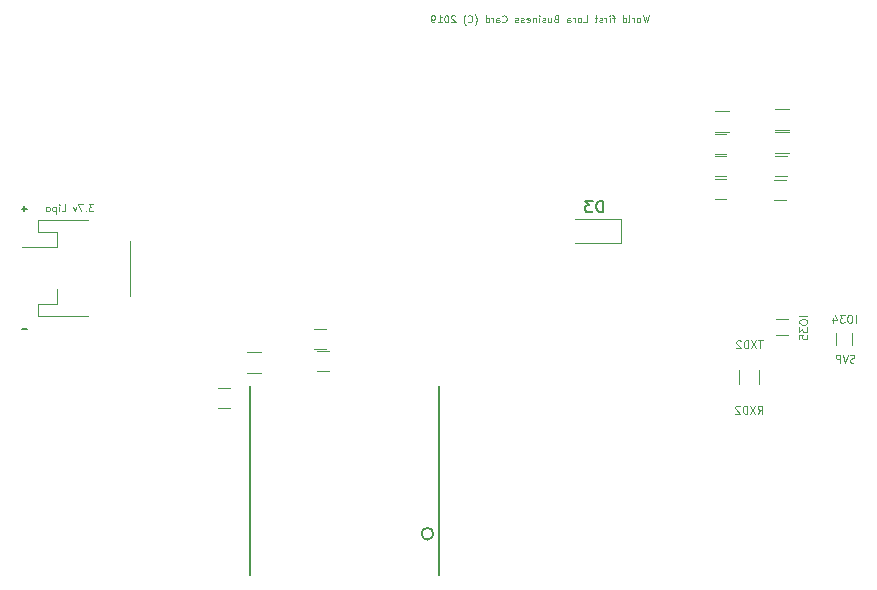
<source format=gbr>
G04 #@! TF.GenerationSoftware,KiCad,Pcbnew,(5.1.2)-1*
G04 #@! TF.CreationDate,2019-08-13T17:52:10+02:00*
G04 #@! TF.ProjectId,tinyRF24,74696e79-5246-4323-942e-6b696361645f,rev?*
G04 #@! TF.SameCoordinates,Original*
G04 #@! TF.FileFunction,Legend,Bot*
G04 #@! TF.FilePolarity,Positive*
%FSLAX46Y46*%
G04 Gerber Fmt 4.6, Leading zero omitted, Abs format (unit mm)*
G04 Created by KiCad (PCBNEW (5.1.2)-1) date 2019-08-13 17:52:10*
%MOMM*%
%LPD*%
G04 APERTURE LIST*
%ADD10C,0.080000*%
%ADD11C,0.075000*%
%ADD12C,0.150000*%
%ADD13C,0.120000*%
G04 APERTURE END LIST*
D10*
X152000071Y-75797214D02*
X151340071Y-75797214D01*
X151340071Y-76237214D02*
X151340071Y-76362928D01*
X151371500Y-76425785D01*
X151434357Y-76488642D01*
X151560071Y-76520071D01*
X151780071Y-76520071D01*
X151905785Y-76488642D01*
X151968642Y-76425785D01*
X152000071Y-76362928D01*
X152000071Y-76237214D01*
X151968642Y-76174357D01*
X151905785Y-76111500D01*
X151780071Y-76080071D01*
X151560071Y-76080071D01*
X151434357Y-76111500D01*
X151371500Y-76174357D01*
X151340071Y-76237214D01*
X151340071Y-76740071D02*
X151340071Y-77148642D01*
X151591500Y-76928642D01*
X151591500Y-77022928D01*
X151622928Y-77085785D01*
X151654357Y-77117214D01*
X151717214Y-77148642D01*
X151874357Y-77148642D01*
X151937214Y-77117214D01*
X151968642Y-77085785D01*
X152000071Y-77022928D01*
X152000071Y-76834357D01*
X151968642Y-76771500D01*
X151937214Y-76740071D01*
X151340071Y-77745785D02*
X151340071Y-77431500D01*
X151654357Y-77400071D01*
X151622928Y-77431500D01*
X151591500Y-77494357D01*
X151591500Y-77651500D01*
X151622928Y-77714357D01*
X151654357Y-77745785D01*
X151717214Y-77777214D01*
X151874357Y-77777214D01*
X151937214Y-77745785D01*
X151968642Y-77714357D01*
X152000071Y-77651500D01*
X152000071Y-77494357D01*
X151968642Y-77431500D01*
X151937214Y-77400071D01*
X155995428Y-79705642D02*
X155901142Y-79737071D01*
X155744000Y-79737071D01*
X155681142Y-79705642D01*
X155649714Y-79674214D01*
X155618285Y-79611357D01*
X155618285Y-79548500D01*
X155649714Y-79485642D01*
X155681142Y-79454214D01*
X155744000Y-79422785D01*
X155869714Y-79391357D01*
X155932571Y-79359928D01*
X155964000Y-79328500D01*
X155995428Y-79265642D01*
X155995428Y-79202785D01*
X155964000Y-79139928D01*
X155932571Y-79108500D01*
X155869714Y-79077071D01*
X155712571Y-79077071D01*
X155618285Y-79108500D01*
X155429714Y-79077071D02*
X155209714Y-79737071D01*
X154989714Y-79077071D01*
X154769714Y-79737071D02*
X154769714Y-79077071D01*
X154518285Y-79077071D01*
X154455428Y-79108500D01*
X154424000Y-79139928D01*
X154392571Y-79202785D01*
X154392571Y-79297071D01*
X154424000Y-79359928D01*
X154455428Y-79391357D01*
X154518285Y-79422785D01*
X154769714Y-79422785D01*
X156104785Y-76371571D02*
X156104785Y-75711571D01*
X155664785Y-75711571D02*
X155539071Y-75711571D01*
X155476214Y-75743000D01*
X155413357Y-75805857D01*
X155381928Y-75931571D01*
X155381928Y-76151571D01*
X155413357Y-76277285D01*
X155476214Y-76340142D01*
X155539071Y-76371571D01*
X155664785Y-76371571D01*
X155727642Y-76340142D01*
X155790500Y-76277285D01*
X155821928Y-76151571D01*
X155821928Y-75931571D01*
X155790500Y-75805857D01*
X155727642Y-75743000D01*
X155664785Y-75711571D01*
X155161928Y-75711571D02*
X154753357Y-75711571D01*
X154973357Y-75963000D01*
X154879071Y-75963000D01*
X154816214Y-75994428D01*
X154784785Y-76025857D01*
X154753357Y-76088714D01*
X154753357Y-76245857D01*
X154784785Y-76308714D01*
X154816214Y-76340142D01*
X154879071Y-76371571D01*
X155067642Y-76371571D01*
X155130500Y-76340142D01*
X155161928Y-76308714D01*
X154187642Y-75931571D02*
X154187642Y-76371571D01*
X154344785Y-75680142D02*
X154501928Y-76151571D01*
X154093357Y-76151571D01*
X148213142Y-77870571D02*
X147836000Y-77870571D01*
X148024571Y-78530571D02*
X148024571Y-77870571D01*
X147678857Y-77870571D02*
X147238857Y-78530571D01*
X147238857Y-77870571D02*
X147678857Y-78530571D01*
X146987428Y-78530571D02*
X146987428Y-77870571D01*
X146830285Y-77870571D01*
X146736000Y-77902000D01*
X146673142Y-77964857D01*
X146641714Y-78027714D01*
X146610285Y-78153428D01*
X146610285Y-78247714D01*
X146641714Y-78373428D01*
X146673142Y-78436285D01*
X146736000Y-78499142D01*
X146830285Y-78530571D01*
X146987428Y-78530571D01*
X146358857Y-77933428D02*
X146327428Y-77902000D01*
X146264571Y-77870571D01*
X146107428Y-77870571D01*
X146044571Y-77902000D01*
X146013142Y-77933428D01*
X145981714Y-77996285D01*
X145981714Y-78059142D01*
X146013142Y-78153428D01*
X146390285Y-78530571D01*
X145981714Y-78530571D01*
X147820285Y-84055071D02*
X148040285Y-83740785D01*
X148197428Y-84055071D02*
X148197428Y-83395071D01*
X147946000Y-83395071D01*
X147883142Y-83426500D01*
X147851714Y-83457928D01*
X147820285Y-83520785D01*
X147820285Y-83615071D01*
X147851714Y-83677928D01*
X147883142Y-83709357D01*
X147946000Y-83740785D01*
X148197428Y-83740785D01*
X147600285Y-83395071D02*
X147160285Y-84055071D01*
X147160285Y-83395071D02*
X147600285Y-84055071D01*
X146908857Y-84055071D02*
X146908857Y-83395071D01*
X146751714Y-83395071D01*
X146657428Y-83426500D01*
X146594571Y-83489357D01*
X146563142Y-83552214D01*
X146531714Y-83677928D01*
X146531714Y-83772214D01*
X146563142Y-83897928D01*
X146594571Y-83960785D01*
X146657428Y-84023642D01*
X146751714Y-84055071D01*
X146908857Y-84055071D01*
X146280285Y-83457928D02*
X146248857Y-83426500D01*
X146186000Y-83395071D01*
X146028857Y-83395071D01*
X145966000Y-83426500D01*
X145934571Y-83457928D01*
X145903142Y-83520785D01*
X145903142Y-83583642D01*
X145934571Y-83677928D01*
X146311714Y-84055071D01*
X145903142Y-84055071D01*
D11*
X138592357Y-50344428D02*
X138449500Y-50944428D01*
X138335214Y-50515857D01*
X138220928Y-50944428D01*
X138078071Y-50344428D01*
X137763785Y-50944428D02*
X137820928Y-50915857D01*
X137849500Y-50887285D01*
X137878071Y-50830142D01*
X137878071Y-50658714D01*
X137849500Y-50601571D01*
X137820928Y-50573000D01*
X137763785Y-50544428D01*
X137678071Y-50544428D01*
X137620928Y-50573000D01*
X137592357Y-50601571D01*
X137563785Y-50658714D01*
X137563785Y-50830142D01*
X137592357Y-50887285D01*
X137620928Y-50915857D01*
X137678071Y-50944428D01*
X137763785Y-50944428D01*
X137306642Y-50944428D02*
X137306642Y-50544428D01*
X137306642Y-50658714D02*
X137278071Y-50601571D01*
X137249500Y-50573000D01*
X137192357Y-50544428D01*
X137135214Y-50544428D01*
X136849500Y-50944428D02*
X136906642Y-50915857D01*
X136935214Y-50858714D01*
X136935214Y-50344428D01*
X136363785Y-50944428D02*
X136363785Y-50344428D01*
X136363785Y-50915857D02*
X136420928Y-50944428D01*
X136535214Y-50944428D01*
X136592357Y-50915857D01*
X136620928Y-50887285D01*
X136649500Y-50830142D01*
X136649500Y-50658714D01*
X136620928Y-50601571D01*
X136592357Y-50573000D01*
X136535214Y-50544428D01*
X136420928Y-50544428D01*
X136363785Y-50573000D01*
X135706642Y-50544428D02*
X135478071Y-50544428D01*
X135620928Y-50944428D02*
X135620928Y-50430142D01*
X135592357Y-50373000D01*
X135535214Y-50344428D01*
X135478071Y-50344428D01*
X135278071Y-50944428D02*
X135278071Y-50544428D01*
X135278071Y-50344428D02*
X135306642Y-50373000D01*
X135278071Y-50401571D01*
X135249500Y-50373000D01*
X135278071Y-50344428D01*
X135278071Y-50401571D01*
X134992357Y-50944428D02*
X134992357Y-50544428D01*
X134992357Y-50658714D02*
X134963785Y-50601571D01*
X134935214Y-50573000D01*
X134878071Y-50544428D01*
X134820928Y-50544428D01*
X134649500Y-50915857D02*
X134592357Y-50944428D01*
X134478071Y-50944428D01*
X134420928Y-50915857D01*
X134392357Y-50858714D01*
X134392357Y-50830142D01*
X134420928Y-50773000D01*
X134478071Y-50744428D01*
X134563785Y-50744428D01*
X134620928Y-50715857D01*
X134649500Y-50658714D01*
X134649500Y-50630142D01*
X134620928Y-50573000D01*
X134563785Y-50544428D01*
X134478071Y-50544428D01*
X134420928Y-50573000D01*
X134220928Y-50544428D02*
X133992357Y-50544428D01*
X134135214Y-50344428D02*
X134135214Y-50858714D01*
X134106642Y-50915857D01*
X134049500Y-50944428D01*
X133992357Y-50944428D01*
X133049500Y-50944428D02*
X133335214Y-50944428D01*
X133335214Y-50344428D01*
X132763785Y-50944428D02*
X132820928Y-50915857D01*
X132849500Y-50887285D01*
X132878071Y-50830142D01*
X132878071Y-50658714D01*
X132849500Y-50601571D01*
X132820928Y-50573000D01*
X132763785Y-50544428D01*
X132678071Y-50544428D01*
X132620928Y-50573000D01*
X132592357Y-50601571D01*
X132563785Y-50658714D01*
X132563785Y-50830142D01*
X132592357Y-50887285D01*
X132620928Y-50915857D01*
X132678071Y-50944428D01*
X132763785Y-50944428D01*
X132306642Y-50944428D02*
X132306642Y-50544428D01*
X132306642Y-50658714D02*
X132278071Y-50601571D01*
X132249500Y-50573000D01*
X132192357Y-50544428D01*
X132135214Y-50544428D01*
X131678071Y-50944428D02*
X131678071Y-50630142D01*
X131706642Y-50573000D01*
X131763785Y-50544428D01*
X131878071Y-50544428D01*
X131935214Y-50573000D01*
X131678071Y-50915857D02*
X131735214Y-50944428D01*
X131878071Y-50944428D01*
X131935214Y-50915857D01*
X131963785Y-50858714D01*
X131963785Y-50801571D01*
X131935214Y-50744428D01*
X131878071Y-50715857D01*
X131735214Y-50715857D01*
X131678071Y-50687285D01*
X130735214Y-50630142D02*
X130649500Y-50658714D01*
X130620928Y-50687285D01*
X130592357Y-50744428D01*
X130592357Y-50830142D01*
X130620928Y-50887285D01*
X130649500Y-50915857D01*
X130706642Y-50944428D01*
X130935214Y-50944428D01*
X130935214Y-50344428D01*
X130735214Y-50344428D01*
X130678071Y-50373000D01*
X130649500Y-50401571D01*
X130620928Y-50458714D01*
X130620928Y-50515857D01*
X130649500Y-50573000D01*
X130678071Y-50601571D01*
X130735214Y-50630142D01*
X130935214Y-50630142D01*
X130078071Y-50544428D02*
X130078071Y-50944428D01*
X130335214Y-50544428D02*
X130335214Y-50858714D01*
X130306642Y-50915857D01*
X130249500Y-50944428D01*
X130163785Y-50944428D01*
X130106642Y-50915857D01*
X130078071Y-50887285D01*
X129820928Y-50915857D02*
X129763785Y-50944428D01*
X129649500Y-50944428D01*
X129592357Y-50915857D01*
X129563785Y-50858714D01*
X129563785Y-50830142D01*
X129592357Y-50773000D01*
X129649500Y-50744428D01*
X129735214Y-50744428D01*
X129792357Y-50715857D01*
X129820928Y-50658714D01*
X129820928Y-50630142D01*
X129792357Y-50573000D01*
X129735214Y-50544428D01*
X129649500Y-50544428D01*
X129592357Y-50573000D01*
X129306642Y-50944428D02*
X129306642Y-50544428D01*
X129306642Y-50344428D02*
X129335214Y-50373000D01*
X129306642Y-50401571D01*
X129278071Y-50373000D01*
X129306642Y-50344428D01*
X129306642Y-50401571D01*
X129020928Y-50544428D02*
X129020928Y-50944428D01*
X129020928Y-50601571D02*
X128992357Y-50573000D01*
X128935214Y-50544428D01*
X128849500Y-50544428D01*
X128792357Y-50573000D01*
X128763785Y-50630142D01*
X128763785Y-50944428D01*
X128249500Y-50915857D02*
X128306642Y-50944428D01*
X128420928Y-50944428D01*
X128478071Y-50915857D01*
X128506642Y-50858714D01*
X128506642Y-50630142D01*
X128478071Y-50573000D01*
X128420928Y-50544428D01*
X128306642Y-50544428D01*
X128249500Y-50573000D01*
X128220928Y-50630142D01*
X128220928Y-50687285D01*
X128506642Y-50744428D01*
X127992357Y-50915857D02*
X127935214Y-50944428D01*
X127820928Y-50944428D01*
X127763785Y-50915857D01*
X127735214Y-50858714D01*
X127735214Y-50830142D01*
X127763785Y-50773000D01*
X127820928Y-50744428D01*
X127906642Y-50744428D01*
X127963785Y-50715857D01*
X127992357Y-50658714D01*
X127992357Y-50630142D01*
X127963785Y-50573000D01*
X127906642Y-50544428D01*
X127820928Y-50544428D01*
X127763785Y-50573000D01*
X127506642Y-50915857D02*
X127449500Y-50944428D01*
X127335214Y-50944428D01*
X127278071Y-50915857D01*
X127249500Y-50858714D01*
X127249500Y-50830142D01*
X127278071Y-50773000D01*
X127335214Y-50744428D01*
X127420928Y-50744428D01*
X127478071Y-50715857D01*
X127506642Y-50658714D01*
X127506642Y-50630142D01*
X127478071Y-50573000D01*
X127420928Y-50544428D01*
X127335214Y-50544428D01*
X127278071Y-50573000D01*
X126192357Y-50887285D02*
X126220928Y-50915857D01*
X126306642Y-50944428D01*
X126363785Y-50944428D01*
X126449500Y-50915857D01*
X126506642Y-50858714D01*
X126535214Y-50801571D01*
X126563785Y-50687285D01*
X126563785Y-50601571D01*
X126535214Y-50487285D01*
X126506642Y-50430142D01*
X126449500Y-50373000D01*
X126363785Y-50344428D01*
X126306642Y-50344428D01*
X126220928Y-50373000D01*
X126192357Y-50401571D01*
X125678071Y-50944428D02*
X125678071Y-50630142D01*
X125706642Y-50573000D01*
X125763785Y-50544428D01*
X125878071Y-50544428D01*
X125935214Y-50573000D01*
X125678071Y-50915857D02*
X125735214Y-50944428D01*
X125878071Y-50944428D01*
X125935214Y-50915857D01*
X125963785Y-50858714D01*
X125963785Y-50801571D01*
X125935214Y-50744428D01*
X125878071Y-50715857D01*
X125735214Y-50715857D01*
X125678071Y-50687285D01*
X125392357Y-50944428D02*
X125392357Y-50544428D01*
X125392357Y-50658714D02*
X125363785Y-50601571D01*
X125335214Y-50573000D01*
X125278071Y-50544428D01*
X125220928Y-50544428D01*
X124763785Y-50944428D02*
X124763785Y-50344428D01*
X124763785Y-50915857D02*
X124820928Y-50944428D01*
X124935214Y-50944428D01*
X124992357Y-50915857D01*
X125020928Y-50887285D01*
X125049500Y-50830142D01*
X125049500Y-50658714D01*
X125020928Y-50601571D01*
X124992357Y-50573000D01*
X124935214Y-50544428D01*
X124820928Y-50544428D01*
X124763785Y-50573000D01*
X123849500Y-51173000D02*
X123878071Y-51144428D01*
X123935214Y-51058714D01*
X123963785Y-51001571D01*
X123992357Y-50915857D01*
X124020928Y-50773000D01*
X124020928Y-50658714D01*
X123992357Y-50515857D01*
X123963785Y-50430142D01*
X123935214Y-50373000D01*
X123878071Y-50287285D01*
X123849500Y-50258714D01*
X123278071Y-50887285D02*
X123306642Y-50915857D01*
X123392357Y-50944428D01*
X123449500Y-50944428D01*
X123535214Y-50915857D01*
X123592357Y-50858714D01*
X123620928Y-50801571D01*
X123649500Y-50687285D01*
X123649500Y-50601571D01*
X123620928Y-50487285D01*
X123592357Y-50430142D01*
X123535214Y-50373000D01*
X123449500Y-50344428D01*
X123392357Y-50344428D01*
X123306642Y-50373000D01*
X123278071Y-50401571D01*
X123078071Y-51173000D02*
X123049500Y-51144428D01*
X122992357Y-51058714D01*
X122963785Y-51001571D01*
X122935214Y-50915857D01*
X122906642Y-50773000D01*
X122906642Y-50658714D01*
X122935214Y-50515857D01*
X122963785Y-50430142D01*
X122992357Y-50373000D01*
X123049500Y-50287285D01*
X123078071Y-50258714D01*
X122192357Y-50401571D02*
X122163785Y-50373000D01*
X122106642Y-50344428D01*
X121963785Y-50344428D01*
X121906642Y-50373000D01*
X121878071Y-50401571D01*
X121849500Y-50458714D01*
X121849500Y-50515857D01*
X121878071Y-50601571D01*
X122220928Y-50944428D01*
X121849500Y-50944428D01*
X121478071Y-50344428D02*
X121420928Y-50344428D01*
X121363785Y-50373000D01*
X121335214Y-50401571D01*
X121306642Y-50458714D01*
X121278071Y-50573000D01*
X121278071Y-50715857D01*
X121306642Y-50830142D01*
X121335214Y-50887285D01*
X121363785Y-50915857D01*
X121420928Y-50944428D01*
X121478071Y-50944428D01*
X121535214Y-50915857D01*
X121563785Y-50887285D01*
X121592357Y-50830142D01*
X121620928Y-50715857D01*
X121620928Y-50573000D01*
X121592357Y-50458714D01*
X121563785Y-50401571D01*
X121535214Y-50373000D01*
X121478071Y-50344428D01*
X120706642Y-50944428D02*
X121049500Y-50944428D01*
X120878071Y-50944428D02*
X120878071Y-50344428D01*
X120935214Y-50430142D01*
X120992357Y-50487285D01*
X121049500Y-50515857D01*
X120420928Y-50944428D02*
X120306642Y-50944428D01*
X120249500Y-50915857D01*
X120220928Y-50887285D01*
X120163785Y-50801571D01*
X120135214Y-50687285D01*
X120135214Y-50458714D01*
X120163785Y-50401571D01*
X120192357Y-50373000D01*
X120249500Y-50344428D01*
X120363785Y-50344428D01*
X120420928Y-50373000D01*
X120449500Y-50401571D01*
X120478071Y-50458714D01*
X120478071Y-50601571D01*
X120449500Y-50658714D01*
X120420928Y-50687285D01*
X120363785Y-50715857D01*
X120249500Y-50715857D01*
X120192357Y-50687285D01*
X120163785Y-50658714D01*
X120135214Y-50601571D01*
X91549285Y-66346428D02*
X91177857Y-66346428D01*
X91377857Y-66575000D01*
X91292142Y-66575000D01*
X91235000Y-66603571D01*
X91206428Y-66632142D01*
X91177857Y-66689285D01*
X91177857Y-66832142D01*
X91206428Y-66889285D01*
X91235000Y-66917857D01*
X91292142Y-66946428D01*
X91463571Y-66946428D01*
X91520714Y-66917857D01*
X91549285Y-66889285D01*
X90920714Y-66889285D02*
X90892142Y-66917857D01*
X90920714Y-66946428D01*
X90949285Y-66917857D01*
X90920714Y-66889285D01*
X90920714Y-66946428D01*
X90692142Y-66346428D02*
X90292142Y-66346428D01*
X90549285Y-66946428D01*
X90120714Y-66546428D02*
X89977857Y-66946428D01*
X89835000Y-66546428D01*
X88863571Y-66946428D02*
X89149285Y-66946428D01*
X89149285Y-66346428D01*
X88663571Y-66946428D02*
X88663571Y-66546428D01*
X88663571Y-66346428D02*
X88692142Y-66375000D01*
X88663571Y-66403571D01*
X88635000Y-66375000D01*
X88663571Y-66346428D01*
X88663571Y-66403571D01*
X88377857Y-66546428D02*
X88377857Y-67146428D01*
X88377857Y-66575000D02*
X88320714Y-66546428D01*
X88206428Y-66546428D01*
X88149285Y-66575000D01*
X88120714Y-66603571D01*
X88092142Y-66660714D01*
X88092142Y-66832142D01*
X88120714Y-66889285D01*
X88149285Y-66917857D01*
X88206428Y-66946428D01*
X88320714Y-66946428D01*
X88377857Y-66917857D01*
X87749285Y-66946428D02*
X87806428Y-66917857D01*
X87835000Y-66889285D01*
X87863571Y-66832142D01*
X87863571Y-66660714D01*
X87835000Y-66603571D01*
X87806428Y-66575000D01*
X87749285Y-66546428D01*
X87663571Y-66546428D01*
X87606428Y-66575000D01*
X87577857Y-66603571D01*
X87549285Y-66660714D01*
X87549285Y-66832142D01*
X87577857Y-66889285D01*
X87606428Y-66917857D01*
X87663571Y-66946428D01*
X87749285Y-66946428D01*
D12*
X85953571Y-76877857D02*
X85496428Y-76877857D01*
X85953571Y-66717857D02*
X85496428Y-66717857D01*
X85725000Y-66946428D02*
X85725000Y-66489285D01*
D13*
X144180000Y-60189000D02*
X145380000Y-60189000D01*
X145380000Y-58429000D02*
X144180000Y-58429000D01*
X104590000Y-80610000D02*
X105790000Y-80610000D01*
X105790000Y-78850000D02*
X104590000Y-78850000D01*
D12*
X120340000Y-94230000D02*
G75*
G03X120340000Y-94230000I-500000J0D01*
G01*
X104840000Y-97730000D02*
X104840000Y-81730000D01*
X120840000Y-97730000D02*
X120840000Y-81730000D01*
D13*
X111487000Y-80458000D02*
X110487000Y-80458000D01*
X110487000Y-78758000D02*
X111487000Y-78758000D01*
X102090000Y-81880000D02*
X103090000Y-81880000D01*
X103090000Y-83580000D02*
X102090000Y-83580000D01*
X150460000Y-60207000D02*
X149260000Y-60207000D01*
X149260000Y-61967000D02*
X150460000Y-61967000D01*
X110224000Y-76874000D02*
X111224000Y-76874000D01*
X111224000Y-78574000D02*
X110224000Y-78574000D01*
X145153000Y-63969000D02*
X144153000Y-63969000D01*
X144153000Y-62269000D02*
X145153000Y-62269000D01*
X145153000Y-65874000D02*
X144153000Y-65874000D01*
X144153000Y-64174000D02*
X145153000Y-64174000D01*
X149213000Y-64301000D02*
X150213000Y-64301000D01*
X150213000Y-66001000D02*
X149213000Y-66001000D01*
X150253000Y-63969000D02*
X149253000Y-63969000D01*
X149253000Y-62269000D02*
X150253000Y-62269000D01*
X144153000Y-60364000D02*
X145153000Y-60364000D01*
X145153000Y-62064000D02*
X144153000Y-62064000D01*
X150460000Y-58302000D02*
X149260000Y-58302000D01*
X149260000Y-60062000D02*
X150460000Y-60062000D01*
X136235000Y-67580000D02*
X132335000Y-67580000D01*
X136235000Y-69580000D02*
X132335000Y-69580000D01*
X136235000Y-67580000D02*
X136235000Y-69580000D01*
X88445000Y-69980000D02*
X85545000Y-69980000D01*
X94645000Y-69430000D02*
X94645000Y-74080000D01*
X88445000Y-74805000D02*
X88445000Y-73530000D01*
X86845000Y-74805000D02*
X88445000Y-74805000D01*
X86845000Y-75805000D02*
X86845000Y-74805000D01*
X91070000Y-75805000D02*
X86845000Y-75805000D01*
X86845000Y-67705000D02*
X91070000Y-67705000D01*
X86845000Y-68705000D02*
X86845000Y-67705000D01*
X88445000Y-68705000D02*
X86845000Y-68705000D01*
X88445000Y-69980000D02*
X88445000Y-68705000D01*
X146186000Y-80362500D02*
X146186000Y-81562500D01*
X147946000Y-81562500D02*
X147946000Y-80362500D01*
X155810500Y-78224000D02*
X155810500Y-77224000D01*
X154450500Y-77224000D02*
X154450500Y-78224000D01*
X150360000Y-76028000D02*
X149360000Y-76028000D01*
X149360000Y-77388000D02*
X150360000Y-77388000D01*
D12*
X134723095Y-67032380D02*
X134723095Y-66032380D01*
X134485000Y-66032380D01*
X134342142Y-66080000D01*
X134246904Y-66175238D01*
X134199285Y-66270476D01*
X134151666Y-66460952D01*
X134151666Y-66603809D01*
X134199285Y-66794285D01*
X134246904Y-66889523D01*
X134342142Y-66984761D01*
X134485000Y-67032380D01*
X134723095Y-67032380D01*
X133818333Y-66032380D02*
X133199285Y-66032380D01*
X133532619Y-66413333D01*
X133389761Y-66413333D01*
X133294523Y-66460952D01*
X133246904Y-66508571D01*
X133199285Y-66603809D01*
X133199285Y-66841904D01*
X133246904Y-66937142D01*
X133294523Y-66984761D01*
X133389761Y-67032380D01*
X133675476Y-67032380D01*
X133770714Y-66984761D01*
X133818333Y-66937142D01*
M02*

</source>
